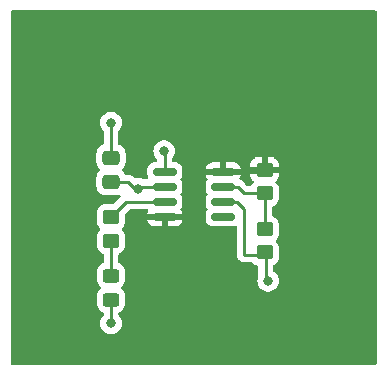
<source format=gbr>
%TF.GenerationSoftware,KiCad,Pcbnew,(6.0.7)*%
%TF.CreationDate,2023-01-27T14:46:33-05:00*%
%TF.ProjectId,Blinky5.0,426c696e-6b79-4352-9e30-2e6b69636164,rev?*%
%TF.SameCoordinates,Original*%
%TF.FileFunction,Copper,L1,Top*%
%TF.FilePolarity,Positive*%
%FSLAX46Y46*%
G04 Gerber Fmt 4.6, Leading zero omitted, Abs format (unit mm)*
G04 Created by KiCad (PCBNEW (6.0.7)) date 2023-01-27 14:46:33*
%MOMM*%
%LPD*%
G01*
G04 APERTURE LIST*
G04 Aperture macros list*
%AMRoundRect*
0 Rectangle with rounded corners*
0 $1 Rounding radius*
0 $2 $3 $4 $5 $6 $7 $8 $9 X,Y pos of 4 corners*
0 Add a 4 corners polygon primitive as box body*
4,1,4,$2,$3,$4,$5,$6,$7,$8,$9,$2,$3,0*
0 Add four circle primitives for the rounded corners*
1,1,$1+$1,$2,$3*
1,1,$1+$1,$4,$5*
1,1,$1+$1,$6,$7*
1,1,$1+$1,$8,$9*
0 Add four rect primitives between the rounded corners*
20,1,$1+$1,$2,$3,$4,$5,0*
20,1,$1+$1,$4,$5,$6,$7,0*
20,1,$1+$1,$6,$7,$8,$9,0*
20,1,$1+$1,$8,$9,$2,$3,0*%
G04 Aperture macros list end*
%TA.AperFunction,SMDPad,CuDef*%
%ADD10RoundRect,0.250000X-0.450000X0.350000X-0.450000X-0.350000X0.450000X-0.350000X0.450000X0.350000X0*%
%TD*%
%TA.AperFunction,SMDPad,CuDef*%
%ADD11RoundRect,0.250000X0.475000X-0.337500X0.475000X0.337500X-0.475000X0.337500X-0.475000X-0.337500X0*%
%TD*%
%TA.AperFunction,SMDPad,CuDef*%
%ADD12RoundRect,0.250000X0.450000X-0.325000X0.450000X0.325000X-0.450000X0.325000X-0.450000X-0.325000X0*%
%TD*%
%TA.AperFunction,SMDPad,CuDef*%
%ADD13RoundRect,0.150000X-0.825000X-0.150000X0.825000X-0.150000X0.825000X0.150000X-0.825000X0.150000X0*%
%TD*%
%TA.AperFunction,ViaPad*%
%ADD14C,0.800000*%
%TD*%
%TA.AperFunction,Conductor*%
%ADD15C,0.250000*%
%TD*%
G04 APERTURE END LIST*
D10*
%TO.P,R2,1*%
%TO.N,/DIS*%
X151000000Y-102000000D03*
%TO.P,R2,2*%
%TO.N,/THR*%
X151000000Y-104000000D03*
%TD*%
D11*
%TO.P,C1,1*%
%TO.N,/THR*%
X138000000Y-98037500D03*
%TO.P,C1,2*%
%TO.N,GND*%
X138000000Y-95962500D03*
%TD*%
D10*
%TO.P,R1,1*%
%TO.N,/VDD*%
X151000000Y-97000000D03*
%TO.P,R1,2*%
%TO.N,/DIS*%
X151000000Y-99000000D03*
%TD*%
D12*
%TO.P,D1,1,K*%
%TO.N,GND*%
X138000000Y-108000000D03*
%TO.P,D1,2,A*%
%TO.N,Net-(D1-Pad2)*%
X138000000Y-105950000D03*
%TD*%
D10*
%TO.P,R3,1*%
%TO.N,Net-(R3-Pad1)*%
X138000000Y-101000000D03*
%TO.P,R3,2*%
%TO.N,Net-(D1-Pad2)*%
X138000000Y-103000000D03*
%TD*%
D13*
%TO.P,U1,1,GND*%
%TO.N,GND*%
X142559000Y-97155000D03*
%TO.P,U1,2,~{TRIG*%
%TO.N,/THR*%
X142559000Y-98425000D03*
%TO.P,U1,3,OUT*%
%TO.N,Net-(R3-Pad1)*%
X142559000Y-99695000D03*
%TO.P,U1,4,~{RST*%
%TO.N,/VDD*%
X142559000Y-100965000D03*
%TO.P,U1,5,CTRL*%
%TO.N,unconnected-(U1-Pad5)*%
X147509000Y-100965000D03*
%TO.P,U1,6,THR*%
%TO.N,/THR*%
X147509000Y-99695000D03*
%TO.P,U1,7,DIS*%
%TO.N,/DIS*%
X147509000Y-98425000D03*
%TO.P,U1,8,VDD*%
%TO.N,/VDD*%
X147509000Y-97155000D03*
%TD*%
D14*
%TO.N,GND*%
X142500000Y-95400000D03*
X138000000Y-93000000D03*
X138000000Y-110000000D03*
%TO.N,/VDD*%
X132300000Y-94400000D03*
X157900000Y-94400000D03*
%TO.N,/THR*%
X140300000Y-98600000D03*
X151300000Y-106400000D03*
%TD*%
D15*
%TO.N,GND*%
X142559000Y-95459000D02*
X142500000Y-95400000D01*
X142559000Y-97155000D02*
X142559000Y-95459000D01*
X138000000Y-108000000D02*
X138000000Y-110000000D01*
X138000000Y-95962500D02*
X138000000Y-93000000D01*
%TO.N,Net-(D1-Pad2)*%
X138000000Y-103000000D02*
X138000000Y-105950000D01*
%TO.N,Net-(R3-Pad1)*%
X139305000Y-99695000D02*
X142334000Y-99695000D01*
X138000000Y-101000000D02*
X139305000Y-99695000D01*
%TO.N,/VDD*%
X150845000Y-97155000D02*
X151000000Y-97000000D01*
X147509000Y-97155000D02*
X150845000Y-97155000D01*
%TO.N,/THR*%
X151000000Y-104000000D02*
X151100000Y-104100000D01*
X139825000Y-98425000D02*
X142334000Y-98425000D01*
X150800000Y-104200000D02*
X151000000Y-104000000D01*
X140300000Y-98600000D02*
X140125000Y-98425000D01*
X151000000Y-104000000D02*
X151300000Y-104300000D01*
X139437500Y-98037500D02*
X139825000Y-98425000D01*
X147509000Y-99695000D02*
X148695000Y-99695000D01*
X140125000Y-98425000D02*
X139825000Y-98425000D01*
X149300000Y-100300000D02*
X149300000Y-104200000D01*
X151100000Y-104100000D02*
X151100000Y-104200000D01*
X149300000Y-104200000D02*
X150800000Y-104200000D01*
X148695000Y-99695000D02*
X149300000Y-100300000D01*
X151300000Y-104300000D02*
X151400000Y-104300000D01*
X151100000Y-104200000D02*
X151100000Y-106200000D01*
X138000000Y-98037500D02*
X139437500Y-98037500D01*
X151100000Y-106200000D02*
X151300000Y-106400000D01*
%TO.N,/DIS*%
X148725000Y-98425000D02*
X149300000Y-99000000D01*
X147509000Y-98425000D02*
X148725000Y-98425000D01*
X149300000Y-99000000D02*
X151000000Y-99000000D01*
X151000000Y-99000000D02*
X151000000Y-102000000D01*
%TD*%
%TA.AperFunction,Conductor*%
%TO.N,/VDD*%
G36*
X160433621Y-83528502D02*
G01*
X160480114Y-83582158D01*
X160491500Y-83634500D01*
X160491500Y-113365500D01*
X160471498Y-113433621D01*
X160417842Y-113480114D01*
X160365500Y-113491500D01*
X129634500Y-113491500D01*
X129566379Y-113471498D01*
X129519886Y-113417842D01*
X129508500Y-113365500D01*
X129508500Y-98425400D01*
X136766500Y-98425400D01*
X136766837Y-98428646D01*
X136766837Y-98428650D01*
X136773601Y-98493834D01*
X136777474Y-98531166D01*
X136833450Y-98698946D01*
X136926522Y-98849348D01*
X137051697Y-98974305D01*
X137057927Y-98978145D01*
X137057928Y-98978146D01*
X137195181Y-99062750D01*
X137202262Y-99067115D01*
X137282005Y-99093564D01*
X137363611Y-99120632D01*
X137363613Y-99120632D01*
X137370139Y-99122797D01*
X137376975Y-99123497D01*
X137376978Y-99123498D01*
X137420031Y-99127909D01*
X137474600Y-99133500D01*
X138525400Y-99133500D01*
X138528646Y-99133163D01*
X138528650Y-99133163D01*
X138624308Y-99123238D01*
X138624312Y-99123237D01*
X138631166Y-99122526D01*
X138637702Y-99120345D01*
X138637704Y-99120345D01*
X138650394Y-99116111D01*
X138721343Y-99113527D01*
X138782427Y-99149710D01*
X138814252Y-99213174D01*
X138806713Y-99283770D01*
X138779365Y-99324731D01*
X138249499Y-99854596D01*
X138187187Y-99888621D01*
X138160404Y-99891500D01*
X137499600Y-99891500D01*
X137496354Y-99891837D01*
X137496350Y-99891837D01*
X137400692Y-99901762D01*
X137400688Y-99901763D01*
X137393834Y-99902474D01*
X137387298Y-99904655D01*
X137387296Y-99904655D01*
X137359412Y-99913958D01*
X137226054Y-99958450D01*
X137075652Y-100051522D01*
X136950695Y-100176697D01*
X136946855Y-100182927D01*
X136946854Y-100182928D01*
X136882053Y-100288055D01*
X136857885Y-100327262D01*
X136843891Y-100369453D01*
X136809735Y-100472432D01*
X136802203Y-100495139D01*
X136791500Y-100599600D01*
X136791500Y-101400400D01*
X136802474Y-101506166D01*
X136804655Y-101512702D01*
X136804655Y-101512704D01*
X136832562Y-101596350D01*
X136858450Y-101673946D01*
X136951522Y-101824348D01*
X136956704Y-101829521D01*
X137038109Y-101910784D01*
X137072188Y-101973066D01*
X137067185Y-102043886D01*
X137038264Y-102088975D01*
X136962940Y-102164431D01*
X136950695Y-102176697D01*
X136857885Y-102327262D01*
X136802203Y-102495139D01*
X136791500Y-102599600D01*
X136791500Y-103400400D01*
X136802474Y-103506166D01*
X136858450Y-103673946D01*
X136951522Y-103824348D01*
X137076697Y-103949305D01*
X137227262Y-104042115D01*
X137280168Y-104059663D01*
X137338527Y-104100094D01*
X137365764Y-104165658D01*
X137366500Y-104179256D01*
X137366500Y-104795803D01*
X137346498Y-104863924D01*
X137292842Y-104910417D01*
X137280377Y-104915326D01*
X137232998Y-104931133D01*
X137232996Y-104931134D01*
X137226054Y-104933450D01*
X137219830Y-104937301D01*
X137219829Y-104937302D01*
X137195541Y-104952332D01*
X137075652Y-105026522D01*
X136950695Y-105151697D01*
X136857885Y-105302262D01*
X136802203Y-105470139D01*
X136791500Y-105574600D01*
X136791500Y-106325400D01*
X136802474Y-106431166D01*
X136858450Y-106598946D01*
X136951522Y-106749348D01*
X137076697Y-106874305D01*
X137080916Y-106876906D01*
X137121417Y-106934030D01*
X137124649Y-107004953D01*
X137089024Y-107066365D01*
X137081470Y-107072922D01*
X137075652Y-107076522D01*
X136950695Y-107201697D01*
X136946855Y-107207927D01*
X136946854Y-107207928D01*
X136909336Y-107268794D01*
X136857885Y-107352262D01*
X136802203Y-107520139D01*
X136791500Y-107624600D01*
X136791500Y-108375400D01*
X136802474Y-108481166D01*
X136858450Y-108648946D01*
X136951522Y-108799348D01*
X137076697Y-108924305D01*
X137227262Y-109017115D01*
X137280168Y-109034663D01*
X137338527Y-109075094D01*
X137365764Y-109140658D01*
X137366500Y-109154256D01*
X137366500Y-109297476D01*
X137346498Y-109365597D01*
X137334142Y-109381779D01*
X137260960Y-109463056D01*
X137165473Y-109628444D01*
X137106458Y-109810072D01*
X137086496Y-110000000D01*
X137106458Y-110189928D01*
X137165473Y-110371556D01*
X137260960Y-110536944D01*
X137388747Y-110678866D01*
X137543248Y-110791118D01*
X137549276Y-110793802D01*
X137549278Y-110793803D01*
X137711681Y-110866109D01*
X137717712Y-110868794D01*
X137811113Y-110888647D01*
X137898056Y-110907128D01*
X137898061Y-110907128D01*
X137904513Y-110908500D01*
X138095487Y-110908500D01*
X138101939Y-110907128D01*
X138101944Y-110907128D01*
X138188887Y-110888647D01*
X138282288Y-110868794D01*
X138288319Y-110866109D01*
X138450722Y-110793803D01*
X138450724Y-110793802D01*
X138456752Y-110791118D01*
X138611253Y-110678866D01*
X138739040Y-110536944D01*
X138834527Y-110371556D01*
X138893542Y-110189928D01*
X138913504Y-110000000D01*
X138893542Y-109810072D01*
X138834527Y-109628444D01*
X138739040Y-109463056D01*
X138665863Y-109381785D01*
X138635147Y-109317779D01*
X138633500Y-109297476D01*
X138633500Y-109154197D01*
X138653502Y-109086076D01*
X138707158Y-109039583D01*
X138719623Y-109034674D01*
X138767002Y-109018867D01*
X138767004Y-109018866D01*
X138773946Y-109016550D01*
X138924348Y-108923478D01*
X139049305Y-108798303D01*
X139142115Y-108647738D01*
X139197797Y-108479861D01*
X139208500Y-108375400D01*
X139208500Y-107624600D01*
X139197526Y-107518834D01*
X139141550Y-107351054D01*
X139048478Y-107200652D01*
X138923303Y-107075695D01*
X138919084Y-107073094D01*
X138878583Y-107015970D01*
X138875351Y-106945047D01*
X138910976Y-106883635D01*
X138918530Y-106877078D01*
X138924348Y-106873478D01*
X139049305Y-106748303D01*
X139142115Y-106597738D01*
X139197797Y-106429861D01*
X139208500Y-106325400D01*
X139208500Y-105574600D01*
X139197526Y-105468834D01*
X139141550Y-105301054D01*
X139048478Y-105150652D01*
X138923303Y-105025695D01*
X138917072Y-105021854D01*
X138778968Y-104936725D01*
X138778966Y-104936724D01*
X138772738Y-104932885D01*
X138719832Y-104915337D01*
X138661473Y-104874906D01*
X138634236Y-104809342D01*
X138633500Y-104795744D01*
X138633500Y-104179197D01*
X138653502Y-104111076D01*
X138707158Y-104064583D01*
X138719623Y-104059674D01*
X138767002Y-104043867D01*
X138767004Y-104043866D01*
X138773946Y-104041550D01*
X138924348Y-103948478D01*
X139049305Y-103823303D01*
X139142115Y-103672738D01*
X139197797Y-103504861D01*
X139208500Y-103400400D01*
X139208500Y-102599600D01*
X139208163Y-102596350D01*
X139198238Y-102500692D01*
X139198237Y-102500688D01*
X139197526Y-102493834D01*
X139141550Y-102326054D01*
X139048478Y-102175652D01*
X138961891Y-102089216D01*
X138927812Y-102026934D01*
X138932815Y-101956114D01*
X138961736Y-101911025D01*
X139044134Y-101828483D01*
X139049305Y-101823303D01*
X139080123Y-101773307D01*
X139138275Y-101678968D01*
X139138276Y-101678966D01*
X139142115Y-101672738D01*
X139190316Y-101527416D01*
X139195632Y-101511389D01*
X139195632Y-101511387D01*
X139197797Y-101504861D01*
X139208500Y-101400400D01*
X139208500Y-101230871D01*
X141082456Y-101230871D01*
X141123107Y-101370790D01*
X141129352Y-101385221D01*
X141205911Y-101514678D01*
X141215551Y-101527104D01*
X141321896Y-101633449D01*
X141334322Y-101643089D01*
X141463779Y-101719648D01*
X141478210Y-101725893D01*
X141624065Y-101768269D01*
X141636667Y-101770570D01*
X141665084Y-101772807D01*
X141670014Y-101773000D01*
X142286885Y-101773000D01*
X142302124Y-101768525D01*
X142303329Y-101767135D01*
X142305000Y-101759452D01*
X142305000Y-101754884D01*
X142813000Y-101754884D01*
X142817475Y-101770123D01*
X142818865Y-101771328D01*
X142826548Y-101772999D01*
X143447984Y-101772999D01*
X143452920Y-101772805D01*
X143481336Y-101770570D01*
X143493931Y-101768270D01*
X143639790Y-101725893D01*
X143654221Y-101719648D01*
X143783678Y-101643089D01*
X143796104Y-101633449D01*
X143902449Y-101527104D01*
X143912089Y-101514678D01*
X143988648Y-101385221D01*
X143994893Y-101370790D01*
X144033939Y-101236395D01*
X144033899Y-101222294D01*
X144026630Y-101219000D01*
X142831115Y-101219000D01*
X142815876Y-101223475D01*
X142814671Y-101224865D01*
X142813000Y-101232548D01*
X142813000Y-101754884D01*
X142305000Y-101754884D01*
X142305000Y-101237115D01*
X142300525Y-101221876D01*
X142299135Y-101220671D01*
X142291452Y-101219000D01*
X141097122Y-101219000D01*
X141083591Y-101222973D01*
X141082456Y-101230871D01*
X139208500Y-101230871D01*
X139208500Y-101181502D01*
X146025500Y-101181502D01*
X146028438Y-101218831D01*
X146033541Y-101236395D01*
X146072586Y-101370790D01*
X146074855Y-101378601D01*
X146078892Y-101385427D01*
X146155509Y-101514980D01*
X146155511Y-101514983D01*
X146159547Y-101521807D01*
X146277193Y-101639453D01*
X146284017Y-101643489D01*
X146284020Y-101643491D01*
X146391589Y-101707107D01*
X146420399Y-101724145D01*
X146428010Y-101726356D01*
X146428012Y-101726357D01*
X146480231Y-101741528D01*
X146580169Y-101770562D01*
X146586574Y-101771066D01*
X146586579Y-101771067D01*
X146615042Y-101773307D01*
X146615050Y-101773307D01*
X146617498Y-101773500D01*
X148400502Y-101773500D01*
X148402950Y-101773307D01*
X148402958Y-101773307D01*
X148431421Y-101771067D01*
X148431426Y-101771066D01*
X148437831Y-101770562D01*
X148505347Y-101750947D01*
X148576344Y-101751150D01*
X148635960Y-101789704D01*
X148665268Y-101854369D01*
X148666500Y-101871944D01*
X148666500Y-104128207D01*
X148664268Y-104151816D01*
X148662725Y-104159906D01*
X148666251Y-104215951D01*
X148666500Y-104223862D01*
X148666500Y-104239856D01*
X148668506Y-104255730D01*
X148669248Y-104263590D01*
X148672775Y-104319650D01*
X148675225Y-104327191D01*
X148675321Y-104327487D01*
X148680494Y-104350631D01*
X148680532Y-104350935D01*
X148680533Y-104350940D01*
X148681526Y-104358797D01*
X148684442Y-104366162D01*
X148684443Y-104366166D01*
X148702199Y-104411011D01*
X148704871Y-104418430D01*
X148722236Y-104471875D01*
X148726486Y-104478571D01*
X148726486Y-104478572D01*
X148726650Y-104478831D01*
X148737415Y-104499958D01*
X148737529Y-104500246D01*
X148737532Y-104500251D01*
X148740448Y-104507617D01*
X148745104Y-104514025D01*
X148745107Y-104514031D01*
X148773458Y-104553052D01*
X148777901Y-104559589D01*
X148808000Y-104607018D01*
X148813778Y-104612444D01*
X148813779Y-104612445D01*
X148814007Y-104612659D01*
X148829688Y-104630446D01*
X148834528Y-104637107D01*
X148840637Y-104642161D01*
X148840638Y-104642162D01*
X148877796Y-104672903D01*
X148883730Y-104678134D01*
X148918898Y-104711158D01*
X148918901Y-104711160D01*
X148924679Y-104716586D01*
X148931903Y-104720558D01*
X148951506Y-104733881D01*
X148951746Y-104734080D01*
X148951753Y-104734084D01*
X148957856Y-104739133D01*
X148997400Y-104757741D01*
X149008676Y-104763047D01*
X149015708Y-104766629D01*
X149064940Y-104793695D01*
X149072615Y-104795665D01*
X149072621Y-104795668D01*
X149072919Y-104795744D01*
X149095228Y-104803776D01*
X149095503Y-104803906D01*
X149095511Y-104803909D01*
X149102682Y-104807283D01*
X149157849Y-104817806D01*
X149165558Y-104819529D01*
X149199551Y-104828257D01*
X149212293Y-104831529D01*
X149212294Y-104831529D01*
X149219970Y-104833500D01*
X149228207Y-104833500D01*
X149251816Y-104835732D01*
X149252119Y-104835790D01*
X149252123Y-104835790D01*
X149259906Y-104837275D01*
X149315951Y-104833749D01*
X149323862Y-104833500D01*
X149908563Y-104833500D01*
X149976684Y-104853502D01*
X149997581Y-104870327D01*
X150013985Y-104886702D01*
X150076697Y-104949305D01*
X150082927Y-104953145D01*
X150082928Y-104953146D01*
X150209013Y-105030866D01*
X150227262Y-105042115D01*
X150380167Y-105092831D01*
X150438527Y-105133261D01*
X150465764Y-105198826D01*
X150466500Y-105212424D01*
X150466500Y-106005327D01*
X150460333Y-106044263D01*
X150406458Y-106210072D01*
X150405768Y-106216633D01*
X150405768Y-106216635D01*
X150393995Y-106328650D01*
X150386496Y-106400000D01*
X150406458Y-106589928D01*
X150465473Y-106771556D01*
X150560960Y-106936944D01*
X150565378Y-106941851D01*
X150565379Y-106941852D01*
X150632115Y-107015970D01*
X150688747Y-107078866D01*
X150843248Y-107191118D01*
X150849276Y-107193802D01*
X150849278Y-107193803D01*
X151011681Y-107266109D01*
X151017712Y-107268794D01*
X151111113Y-107288647D01*
X151198056Y-107307128D01*
X151198061Y-107307128D01*
X151204513Y-107308500D01*
X151395487Y-107308500D01*
X151401939Y-107307128D01*
X151401944Y-107307128D01*
X151488887Y-107288647D01*
X151582288Y-107268794D01*
X151588319Y-107266109D01*
X151750722Y-107193803D01*
X151750724Y-107193802D01*
X151756752Y-107191118D01*
X151911253Y-107078866D01*
X151967885Y-107015970D01*
X152034621Y-106941852D01*
X152034622Y-106941851D01*
X152039040Y-106936944D01*
X152134527Y-106771556D01*
X152193542Y-106589928D01*
X152213504Y-106400000D01*
X152206005Y-106328650D01*
X152194232Y-106216635D01*
X152194232Y-106216633D01*
X152193542Y-106210072D01*
X152134527Y-106028444D01*
X152039040Y-105863056D01*
X151911253Y-105721134D01*
X151847500Y-105674815D01*
X151785439Y-105629724D01*
X151742085Y-105573501D01*
X151733500Y-105527788D01*
X151733500Y-105136781D01*
X151753502Y-105068660D01*
X151793197Y-105029637D01*
X151918120Y-104952332D01*
X151924348Y-104948478D01*
X152049305Y-104823303D01*
X152061342Y-104803776D01*
X152138275Y-104678968D01*
X152138276Y-104678966D01*
X152142115Y-104672738D01*
X152181813Y-104553052D01*
X152195632Y-104511389D01*
X152195632Y-104511387D01*
X152197797Y-104504861D01*
X152208500Y-104400400D01*
X152208500Y-103599600D01*
X152199484Y-103512704D01*
X152198238Y-103500692D01*
X152198237Y-103500688D01*
X152197526Y-103493834D01*
X152141550Y-103326054D01*
X152048478Y-103175652D01*
X151961891Y-103089216D01*
X151927812Y-103026934D01*
X151932815Y-102956114D01*
X151961736Y-102911025D01*
X152044134Y-102828483D01*
X152049305Y-102823303D01*
X152142115Y-102672738D01*
X152197797Y-102504861D01*
X152208500Y-102400400D01*
X152208500Y-101599600D01*
X152208163Y-101596350D01*
X152198238Y-101500692D01*
X152198237Y-101500688D01*
X152197526Y-101493834D01*
X152161359Y-101385427D01*
X152143868Y-101333002D01*
X152141550Y-101326054D01*
X152048478Y-101175652D01*
X151923303Y-101050695D01*
X151772738Y-100957885D01*
X151719832Y-100940337D01*
X151661473Y-100899906D01*
X151634236Y-100834342D01*
X151633500Y-100820744D01*
X151633500Y-100179197D01*
X151653502Y-100111076D01*
X151707158Y-100064583D01*
X151719623Y-100059674D01*
X151767002Y-100043867D01*
X151767004Y-100043866D01*
X151773946Y-100041550D01*
X151924348Y-99948478D01*
X152049305Y-99823303D01*
X152142115Y-99672738D01*
X152197797Y-99504861D01*
X152208500Y-99400400D01*
X152208500Y-98599600D01*
X152202078Y-98537704D01*
X152198238Y-98500692D01*
X152198237Y-98500688D01*
X152197526Y-98493834D01*
X152141550Y-98326054D01*
X152048478Y-98175652D01*
X151961537Y-98088862D01*
X151927458Y-98026579D01*
X151932461Y-97955759D01*
X151961382Y-97910671D01*
X152043739Y-97828171D01*
X152052751Y-97816760D01*
X152137816Y-97678757D01*
X152143963Y-97665576D01*
X152195138Y-97511290D01*
X152198005Y-97497914D01*
X152207672Y-97403562D01*
X152208000Y-97397146D01*
X152208000Y-97272115D01*
X152203525Y-97256876D01*
X152202135Y-97255671D01*
X152194452Y-97254000D01*
X149810116Y-97254000D01*
X149794877Y-97258475D01*
X149793672Y-97259865D01*
X149792001Y-97267548D01*
X149792001Y-97397095D01*
X149792338Y-97403614D01*
X149802257Y-97499206D01*
X149805149Y-97512600D01*
X149856588Y-97666784D01*
X149862761Y-97679962D01*
X149948063Y-97817807D01*
X149957099Y-97829208D01*
X150038462Y-97910430D01*
X150072541Y-97972713D01*
X150067538Y-98043533D01*
X150038617Y-98088620D01*
X149955870Y-98171512D01*
X149955866Y-98171517D01*
X149950695Y-98176697D01*
X149946855Y-98182927D01*
X149946854Y-98182928D01*
X149870611Y-98306616D01*
X149817838Y-98354110D01*
X149763351Y-98366500D01*
X149614595Y-98366500D01*
X149546474Y-98346498D01*
X149525499Y-98329595D01*
X149378833Y-98182928D01*
X149228647Y-98032742D01*
X149221113Y-98024463D01*
X149217000Y-98017982D01*
X149167348Y-97971356D01*
X149164507Y-97968602D01*
X149144770Y-97948865D01*
X149141573Y-97946385D01*
X149132551Y-97938680D01*
X149106100Y-97913841D01*
X149100321Y-97908414D01*
X149093375Y-97904595D01*
X149093372Y-97904593D01*
X149082566Y-97898652D01*
X149066047Y-97887801D01*
X149065583Y-97887441D01*
X149050041Y-97875386D01*
X149042772Y-97872241D01*
X149042768Y-97872238D01*
X149009463Y-97857826D01*
X148998813Y-97852609D01*
X148960060Y-97831305D01*
X148955518Y-97830139D01*
X148900680Y-97787353D01*
X148877203Y-97720350D01*
X148894582Y-97649735D01*
X148938646Y-97575225D01*
X148944893Y-97560790D01*
X148983939Y-97426395D01*
X148983899Y-97412294D01*
X148976630Y-97409000D01*
X146047122Y-97409000D01*
X146033591Y-97412973D01*
X146032456Y-97420871D01*
X146073107Y-97560790D01*
X146079352Y-97575221D01*
X146155911Y-97704677D01*
X146161871Y-97712360D01*
X146187820Y-97778444D01*
X146173922Y-97848067D01*
X146163579Y-97864161D01*
X146159547Y-97868193D01*
X146074855Y-98011399D01*
X146072644Y-98019010D01*
X146072643Y-98019012D01*
X146063198Y-98051522D01*
X146028438Y-98171169D01*
X146027934Y-98177574D01*
X146027933Y-98177579D01*
X146025693Y-98206042D01*
X146025500Y-98208498D01*
X146025500Y-98641502D01*
X146028438Y-98678831D01*
X146074855Y-98838601D01*
X146159547Y-98981807D01*
X146162229Y-98984489D01*
X146187502Y-99048861D01*
X146173600Y-99118484D01*
X146163428Y-99134312D01*
X146159547Y-99138193D01*
X146074855Y-99281399D01*
X146028438Y-99441169D01*
X146025500Y-99478498D01*
X146025500Y-99911502D01*
X146028438Y-99948831D01*
X146030921Y-99957377D01*
X146072384Y-100100094D01*
X146074855Y-100108601D01*
X146159547Y-100251807D01*
X146162229Y-100254489D01*
X146187502Y-100318861D01*
X146173600Y-100388484D01*
X146163428Y-100404312D01*
X146159547Y-100408193D01*
X146074855Y-100551399D01*
X146072644Y-100559010D01*
X146072643Y-100559012D01*
X146060851Y-100599600D01*
X146028438Y-100711169D01*
X146027934Y-100717574D01*
X146027933Y-100717579D01*
X146025693Y-100746042D01*
X146025500Y-100748498D01*
X146025500Y-101181502D01*
X139208500Y-101181502D01*
X139208500Y-100739594D01*
X139228502Y-100671473D01*
X139245405Y-100650499D01*
X139530499Y-100365405D01*
X139592811Y-100331379D01*
X139619594Y-100328500D01*
X141036357Y-100328500D01*
X141104478Y-100348502D01*
X141150971Y-100402158D01*
X141161075Y-100472432D01*
X141144811Y-100518639D01*
X141129352Y-100544779D01*
X141123107Y-100559210D01*
X141084061Y-100693605D01*
X141084101Y-100707706D01*
X141091370Y-100711000D01*
X144020878Y-100711000D01*
X144034409Y-100707027D01*
X144035544Y-100699129D01*
X143994893Y-100559210D01*
X143988648Y-100544779D01*
X143912089Y-100415323D01*
X143906129Y-100407640D01*
X143880180Y-100341556D01*
X143894078Y-100271933D01*
X143904421Y-100255839D01*
X143908453Y-100251807D01*
X143993145Y-100108601D01*
X143995617Y-100100094D01*
X144037079Y-99957377D01*
X144039562Y-99948831D01*
X144042500Y-99911502D01*
X144042500Y-99478498D01*
X144039562Y-99441169D01*
X143993145Y-99281399D01*
X143908453Y-99138193D01*
X143905771Y-99135511D01*
X143880498Y-99071139D01*
X143894400Y-99001516D01*
X143904572Y-98985688D01*
X143908453Y-98981807D01*
X143993145Y-98838601D01*
X144039562Y-98678831D01*
X144042500Y-98641502D01*
X144042500Y-98208498D01*
X144042307Y-98206042D01*
X144040067Y-98177579D01*
X144040066Y-98177574D01*
X144039562Y-98171169D01*
X144004802Y-98051522D01*
X143995357Y-98019012D01*
X143995356Y-98019010D01*
X143993145Y-98011399D01*
X143908453Y-97868193D01*
X143905771Y-97865511D01*
X143880498Y-97801139D01*
X143894400Y-97731516D01*
X143904572Y-97715688D01*
X143908453Y-97711807D01*
X143993145Y-97568601D01*
X143995415Y-97560790D01*
X144021696Y-97470326D01*
X144039562Y-97408831D01*
X144040217Y-97400520D01*
X144042307Y-97373958D01*
X144042307Y-97373950D01*
X144042500Y-97371502D01*
X144042500Y-96938498D01*
X144039562Y-96901169D01*
X144034459Y-96883605D01*
X146034061Y-96883605D01*
X146034101Y-96897706D01*
X146041370Y-96901000D01*
X147236885Y-96901000D01*
X147252124Y-96896525D01*
X147253329Y-96895135D01*
X147255000Y-96887452D01*
X147255000Y-96882885D01*
X147763000Y-96882885D01*
X147767475Y-96898124D01*
X147768865Y-96899329D01*
X147776548Y-96901000D01*
X148970878Y-96901000D01*
X148984409Y-96897027D01*
X148985544Y-96889129D01*
X148944893Y-96749210D01*
X148938648Y-96734779D01*
X148934571Y-96727885D01*
X149792000Y-96727885D01*
X149796475Y-96743124D01*
X149797865Y-96744329D01*
X149805548Y-96746000D01*
X150727885Y-96746000D01*
X150743124Y-96741525D01*
X150744329Y-96740135D01*
X150746000Y-96732452D01*
X150746000Y-96727885D01*
X151254000Y-96727885D01*
X151258475Y-96743124D01*
X151259865Y-96744329D01*
X151267548Y-96746000D01*
X152189884Y-96746000D01*
X152205123Y-96741525D01*
X152206328Y-96740135D01*
X152207999Y-96732452D01*
X152207999Y-96602905D01*
X152207662Y-96596386D01*
X152197743Y-96500794D01*
X152194851Y-96487400D01*
X152143412Y-96333216D01*
X152137239Y-96320038D01*
X152051937Y-96182193D01*
X152042901Y-96170792D01*
X151928171Y-96056261D01*
X151916760Y-96047249D01*
X151778757Y-95962184D01*
X151765576Y-95956037D01*
X151611290Y-95904862D01*
X151597914Y-95901995D01*
X151503562Y-95892328D01*
X151497145Y-95892000D01*
X151272115Y-95892000D01*
X151256876Y-95896475D01*
X151255671Y-95897865D01*
X151254000Y-95905548D01*
X151254000Y-96727885D01*
X150746000Y-96727885D01*
X150746000Y-95910116D01*
X150741525Y-95894877D01*
X150740135Y-95893672D01*
X150732452Y-95892001D01*
X150502905Y-95892001D01*
X150496386Y-95892338D01*
X150400794Y-95902257D01*
X150387400Y-95905149D01*
X150233216Y-95956588D01*
X150220038Y-95962761D01*
X150082193Y-96048063D01*
X150070792Y-96057099D01*
X149956261Y-96171829D01*
X149947249Y-96183240D01*
X149862184Y-96321243D01*
X149856037Y-96334424D01*
X149804862Y-96488710D01*
X149801995Y-96502086D01*
X149792328Y-96596438D01*
X149792000Y-96602855D01*
X149792000Y-96727885D01*
X148934571Y-96727885D01*
X148862089Y-96605322D01*
X148852449Y-96592896D01*
X148746104Y-96486551D01*
X148733678Y-96476911D01*
X148604221Y-96400352D01*
X148589790Y-96394107D01*
X148443935Y-96351731D01*
X148431333Y-96349430D01*
X148402916Y-96347193D01*
X148397986Y-96347000D01*
X147781115Y-96347000D01*
X147765876Y-96351475D01*
X147764671Y-96352865D01*
X147763000Y-96360548D01*
X147763000Y-96882885D01*
X147255000Y-96882885D01*
X147255000Y-96365116D01*
X147250525Y-96349877D01*
X147249135Y-96348672D01*
X147241452Y-96347001D01*
X146620017Y-96347001D01*
X146615080Y-96347195D01*
X146586664Y-96349430D01*
X146574069Y-96351730D01*
X146428210Y-96394107D01*
X146413779Y-96400352D01*
X146284322Y-96476911D01*
X146271896Y-96486551D01*
X146165551Y-96592896D01*
X146155911Y-96605322D01*
X146079352Y-96734779D01*
X146073107Y-96749210D01*
X146034061Y-96883605D01*
X144034459Y-96883605D01*
X144003919Y-96778483D01*
X143995357Y-96749012D01*
X143995356Y-96749010D01*
X143993145Y-96741399D01*
X143927368Y-96630176D01*
X143912491Y-96605020D01*
X143912489Y-96605017D01*
X143908453Y-96598193D01*
X143790807Y-96480547D01*
X143783983Y-96476511D01*
X143783980Y-96476509D01*
X143654427Y-96399892D01*
X143654428Y-96399892D01*
X143647601Y-96395855D01*
X143639990Y-96393644D01*
X143639988Y-96393643D01*
X143587769Y-96378472D01*
X143487831Y-96349438D01*
X143481426Y-96348934D01*
X143481421Y-96348933D01*
X143452958Y-96346693D01*
X143452950Y-96346693D01*
X143450502Y-96346500D01*
X143318500Y-96346500D01*
X143250379Y-96326498D01*
X143203886Y-96272842D01*
X143192500Y-96220500D01*
X143192500Y-96036998D01*
X143212502Y-95968877D01*
X143224859Y-95952694D01*
X143239040Y-95936944D01*
X143334527Y-95771556D01*
X143393542Y-95589928D01*
X143413504Y-95400000D01*
X143403835Y-95308002D01*
X143394232Y-95216635D01*
X143394232Y-95216633D01*
X143393542Y-95210072D01*
X143334527Y-95028444D01*
X143239040Y-94863056D01*
X143111253Y-94721134D01*
X142956752Y-94608882D01*
X142950724Y-94606198D01*
X142950722Y-94606197D01*
X142788319Y-94533891D01*
X142788318Y-94533891D01*
X142782288Y-94531206D01*
X142688887Y-94511353D01*
X142601944Y-94492872D01*
X142601939Y-94492872D01*
X142595487Y-94491500D01*
X142404513Y-94491500D01*
X142398061Y-94492872D01*
X142398056Y-94492872D01*
X142311112Y-94511353D01*
X142217712Y-94531206D01*
X142211682Y-94533891D01*
X142211681Y-94533891D01*
X142049278Y-94606197D01*
X142049276Y-94606198D01*
X142043248Y-94608882D01*
X141888747Y-94721134D01*
X141760960Y-94863056D01*
X141665473Y-95028444D01*
X141606458Y-95210072D01*
X141605768Y-95216633D01*
X141605768Y-95216635D01*
X141596165Y-95308002D01*
X141586496Y-95400000D01*
X141606458Y-95589928D01*
X141665473Y-95771556D01*
X141760960Y-95936944D01*
X141765375Y-95941847D01*
X141765379Y-95941852D01*
X141888747Y-96078866D01*
X141887702Y-96079807D01*
X141921051Y-96133940D01*
X141925500Y-96167128D01*
X141925500Y-96220500D01*
X141905498Y-96288621D01*
X141851842Y-96335114D01*
X141799500Y-96346500D01*
X141667498Y-96346500D01*
X141665050Y-96346693D01*
X141665042Y-96346693D01*
X141636579Y-96348933D01*
X141636574Y-96348934D01*
X141630169Y-96349438D01*
X141530231Y-96378472D01*
X141478012Y-96393643D01*
X141478010Y-96393644D01*
X141470399Y-96395855D01*
X141463572Y-96399892D01*
X141463573Y-96399892D01*
X141334020Y-96476509D01*
X141334017Y-96476511D01*
X141327193Y-96480547D01*
X141209547Y-96598193D01*
X141205511Y-96605017D01*
X141205509Y-96605020D01*
X141190632Y-96630176D01*
X141124855Y-96741399D01*
X141122644Y-96749010D01*
X141122643Y-96749012D01*
X141114081Y-96778483D01*
X141078438Y-96901169D01*
X141075500Y-96938498D01*
X141075500Y-97371502D01*
X141075693Y-97373950D01*
X141075693Y-97373958D01*
X141077784Y-97400520D01*
X141078438Y-97408831D01*
X141096304Y-97470326D01*
X141122586Y-97560790D01*
X141124855Y-97568601D01*
X141144231Y-97601363D01*
X141161689Y-97670178D01*
X141139172Y-97737509D01*
X141083827Y-97781978D01*
X141035776Y-97791500D01*
X140744494Y-97791500D01*
X140693245Y-97780607D01*
X140588319Y-97733891D01*
X140588318Y-97733891D01*
X140582288Y-97731206D01*
X140457480Y-97704677D01*
X140401944Y-97692872D01*
X140401939Y-97692872D01*
X140395487Y-97691500D01*
X140204513Y-97691500D01*
X140198060Y-97692872D01*
X140198056Y-97692872D01*
X140149588Y-97703175D01*
X140092378Y-97715335D01*
X140021589Y-97709933D01*
X139977088Y-97681183D01*
X139941152Y-97645247D01*
X139933612Y-97636961D01*
X139929500Y-97630482D01*
X139879847Y-97583855D01*
X139877006Y-97581101D01*
X139857270Y-97561365D01*
X139854073Y-97558885D01*
X139845051Y-97551180D01*
X139818600Y-97526341D01*
X139812821Y-97520914D01*
X139805875Y-97517095D01*
X139805872Y-97517093D01*
X139795066Y-97511152D01*
X139778547Y-97500301D01*
X139777135Y-97499206D01*
X139762541Y-97487886D01*
X139755272Y-97484741D01*
X139755268Y-97484738D01*
X139721963Y-97470326D01*
X139711313Y-97465109D01*
X139672560Y-97443805D01*
X139652937Y-97438767D01*
X139634234Y-97432363D01*
X139622920Y-97427467D01*
X139622919Y-97427467D01*
X139615645Y-97424319D01*
X139607822Y-97423080D01*
X139607812Y-97423077D01*
X139571976Y-97417401D01*
X139560356Y-97414995D01*
X139525211Y-97405972D01*
X139525210Y-97405972D01*
X139517530Y-97404000D01*
X139497276Y-97404000D01*
X139477565Y-97402449D01*
X139477389Y-97402421D01*
X139457557Y-97399280D01*
X139449665Y-97400026D01*
X139413539Y-97403441D01*
X139401681Y-97404000D01*
X139254046Y-97404000D01*
X139185925Y-97383998D01*
X139146902Y-97344303D01*
X139077332Y-97231880D01*
X139073478Y-97225652D01*
X138948303Y-97100695D01*
X138944084Y-97098094D01*
X138903583Y-97040970D01*
X138900351Y-96970047D01*
X138935976Y-96908635D01*
X138943530Y-96902078D01*
X138949348Y-96898478D01*
X139074305Y-96773303D01*
X139167115Y-96622738D01*
X139211570Y-96488710D01*
X139220632Y-96461389D01*
X139220632Y-96461387D01*
X139222797Y-96454861D01*
X139233500Y-96350400D01*
X139233500Y-95574600D01*
X139222526Y-95468834D01*
X139201752Y-95406565D01*
X139168868Y-95308002D01*
X139166550Y-95301054D01*
X139073478Y-95150652D01*
X138948303Y-95025695D01*
X138942072Y-95021854D01*
X138803968Y-94936725D01*
X138803966Y-94936724D01*
X138797738Y-94932885D01*
X138740051Y-94913751D01*
X138719833Y-94907045D01*
X138661473Y-94866614D01*
X138634236Y-94801050D01*
X138633500Y-94787452D01*
X138633500Y-93702524D01*
X138653502Y-93634403D01*
X138665858Y-93618221D01*
X138739040Y-93536944D01*
X138834527Y-93371556D01*
X138893542Y-93189928D01*
X138913504Y-93000000D01*
X138893542Y-92810072D01*
X138834527Y-92628444D01*
X138739040Y-92463056D01*
X138611253Y-92321134D01*
X138456752Y-92208882D01*
X138450724Y-92206198D01*
X138450722Y-92206197D01*
X138288319Y-92133891D01*
X138288318Y-92133891D01*
X138282288Y-92131206D01*
X138188888Y-92111353D01*
X138101944Y-92092872D01*
X138101939Y-92092872D01*
X138095487Y-92091500D01*
X137904513Y-92091500D01*
X137898061Y-92092872D01*
X137898056Y-92092872D01*
X137811112Y-92111353D01*
X137717712Y-92131206D01*
X137711682Y-92133891D01*
X137711681Y-92133891D01*
X137549278Y-92206197D01*
X137549276Y-92206198D01*
X137543248Y-92208882D01*
X137388747Y-92321134D01*
X137260960Y-92463056D01*
X137165473Y-92628444D01*
X137106458Y-92810072D01*
X137086496Y-93000000D01*
X137106458Y-93189928D01*
X137165473Y-93371556D01*
X137260960Y-93536944D01*
X137334137Y-93618215D01*
X137364853Y-93682221D01*
X137366500Y-93702524D01*
X137366500Y-94787462D01*
X137346498Y-94855583D01*
X137292842Y-94902076D01*
X137280376Y-94906986D01*
X137219347Y-94927347D01*
X137201054Y-94933450D01*
X137050652Y-95026522D01*
X136925695Y-95151697D01*
X136832885Y-95302262D01*
X136777203Y-95470139D01*
X136766500Y-95574600D01*
X136766500Y-96350400D01*
X136766837Y-96353646D01*
X136766837Y-96353650D01*
X136770987Y-96393643D01*
X136777474Y-96456166D01*
X136779655Y-96462702D01*
X136779655Y-96462704D01*
X136792363Y-96500794D01*
X136833450Y-96623946D01*
X136926522Y-96774348D01*
X137051697Y-96899305D01*
X137055916Y-96901906D01*
X137096417Y-96959030D01*
X137099649Y-97029953D01*
X137064024Y-97091365D01*
X137056470Y-97097922D01*
X137050652Y-97101522D01*
X136925695Y-97226697D01*
X136832885Y-97377262D01*
X136821040Y-97412973D01*
X136787996Y-97512600D01*
X136777203Y-97545139D01*
X136776503Y-97551975D01*
X136776502Y-97551978D01*
X136775794Y-97558892D01*
X136766500Y-97649600D01*
X136766500Y-98425400D01*
X129508500Y-98425400D01*
X129508500Y-83634500D01*
X129528502Y-83566379D01*
X129582158Y-83519886D01*
X129634500Y-83508500D01*
X160365500Y-83508500D01*
X160433621Y-83528502D01*
G37*
%TD.AperFunction*%
%TD*%
M02*

</source>
